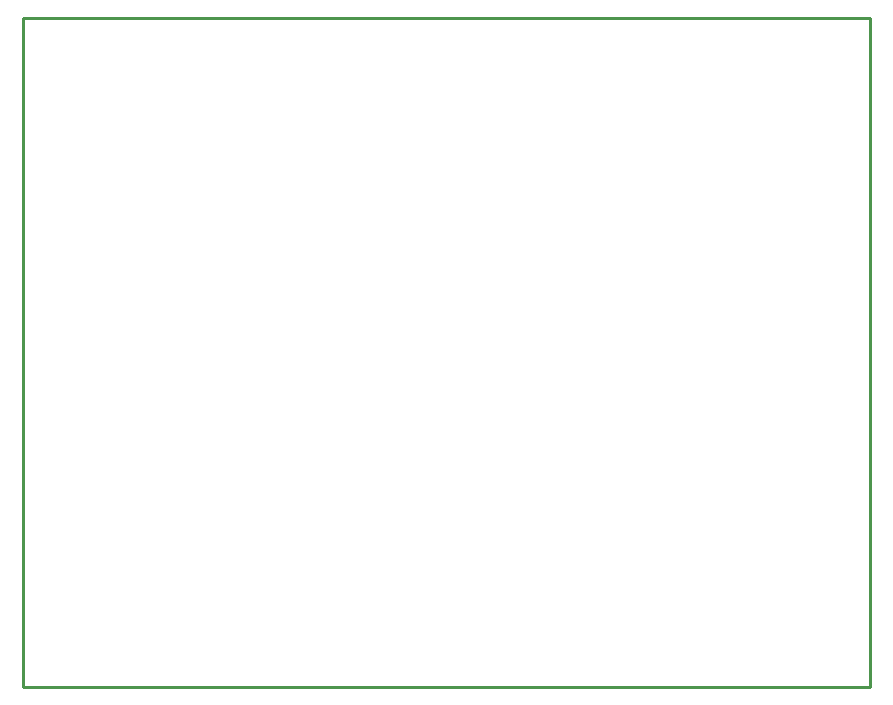
<source format=gko>
G04 Layer: BoardOutline*
G04 EasyEDA v6.4.19.5, 2021-05-06T20:56:21--4:00*
G04 abff795b53f7494696e4529b8d7fc3de,4cc6b0da07df45819412c628e5a569e9,10*
G04 Gerber Generator version 0.2*
G04 Scale: 100 percent, Rotated: No, Reflected: No *
G04 Dimensions in millimeters *
G04 leading zeros omitted , absolute positions ,4 integer and 5 decimal *
%FSLAX45Y45*%
%MOMM*%

%ADD10C,0.2540*%
D10*
X584200Y6527800D02*
G01*
X7759700Y6527800D01*
X7759700Y863600D01*
X584200Y863600D01*
X584200Y6527800D01*

%LPD*%
M02*

</source>
